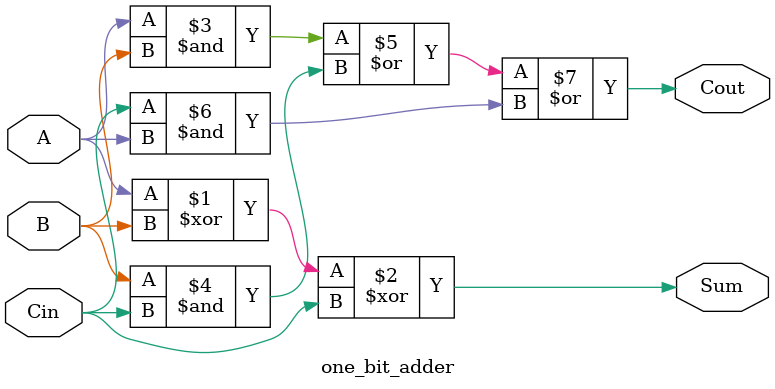
<source format=v>
`timescale 1ns / 1ps
module one_bit_adder(input A, B, Cin,output Sum,Cout);
assign Sum=A^B^Cin;
assign Cout = A&B | B&Cin | Cin&A;


endmodule

</source>
